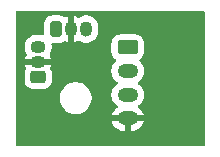
<source format=gbr>
%TF.GenerationSoftware,KiCad,Pcbnew,8.0.6*%
%TF.CreationDate,2025-04-07T16:12:46-05:00*%
%TF.ProjectId,hall-effect,68616c6c-2d65-4666-9665-63742e6b6963,rev?*%
%TF.SameCoordinates,Original*%
%TF.FileFunction,Copper,L2,Bot*%
%TF.FilePolarity,Positive*%
%FSLAX46Y46*%
G04 Gerber Fmt 4.6, Leading zero omitted, Abs format (unit mm)*
G04 Created by KiCad (PCBNEW 8.0.6) date 2025-04-07 16:12:46*
%MOMM*%
%LPD*%
G01*
G04 APERTURE LIST*
G04 Aperture macros list*
%AMRoundRect*
0 Rectangle with rounded corners*
0 $1 Rounding radius*
0 $2 $3 $4 $5 $6 $7 $8 $9 X,Y pos of 4 corners*
0 Add a 4 corners polygon primitive as box body*
4,1,4,$2,$3,$4,$5,$6,$7,$8,$9,$2,$3,0*
0 Add four circle primitives for the rounded corners*
1,1,$1+$1,$2,$3*
1,1,$1+$1,$4,$5*
1,1,$1+$1,$6,$7*
1,1,$1+$1,$8,$9*
0 Add four rect primitives between the rounded corners*
20,1,$1+$1,$2,$3,$4,$5,0*
20,1,$1+$1,$4,$5,$6,$7,0*
20,1,$1+$1,$6,$7,$8,$9,0*
20,1,$1+$1,$8,$9,$2,$3,0*%
G04 Aperture macros list end*
%TA.AperFunction,ComponentPad*%
%ADD10RoundRect,0.249900X-0.275100X-0.400100X0.275100X-0.400100X0.275100X0.400100X-0.275100X0.400100X0*%
%TD*%
%TA.AperFunction,ComponentPad*%
%ADD11O,1.050000X1.300000*%
%TD*%
%TA.AperFunction,ComponentPad*%
%ADD12RoundRect,0.249900X0.400100X-0.275100X0.400100X0.275100X-0.400100X0.275100X-0.400100X-0.275100X0*%
%TD*%
%TA.AperFunction,ComponentPad*%
%ADD13O,1.300000X1.050000*%
%TD*%
%TA.AperFunction,ComponentPad*%
%ADD14RoundRect,0.250000X-0.625000X0.350000X-0.625000X-0.350000X0.625000X-0.350000X0.625000X0.350000X0*%
%TD*%
%TA.AperFunction,ComponentPad*%
%ADD15O,1.750000X1.200000*%
%TD*%
G04 APERTURE END LIST*
D10*
%TO.P,U1,1,VCC*%
%TO.N,+3.3V*%
X148463000Y-73914000D03*
D11*
%TO.P,U1,2,VOUT*%
%TO.N,GND*%
X149733000Y-73914000D03*
%TO.P,U1,3,GND*%
%TO.N,Net-(J3-Pin_2)*%
X151003000Y-73914000D03*
%TD*%
D12*
%TO.P,U2,1,VCC*%
%TO.N,+3.3V*%
X146939000Y-77978000D03*
D13*
%TO.P,U2,2,VOUT*%
%TO.N,GND*%
X146939000Y-76708000D03*
%TO.P,U2,3,GND*%
%TO.N,Net-(J3-Pin_3)*%
X146939000Y-75438000D03*
%TD*%
D14*
%TO.P,J3,1,Pin_1*%
%TO.N,+3.3V*%
X154522000Y-75470000D03*
D15*
%TO.P,J3,2,Pin_2*%
%TO.N,Net-(J3-Pin_2)*%
X154522000Y-77470000D03*
%TO.P,J3,3,Pin_3*%
%TO.N,Net-(J3-Pin_3)*%
X154522000Y-79470000D03*
%TO.P,J3,4,Pin_4*%
%TO.N,GND*%
X154522000Y-81470000D03*
%TD*%
%TA.AperFunction,Conductor*%
%TO.N,GND*%
G36*
X160986539Y-72402185D02*
G01*
X161032294Y-72454989D01*
X161043500Y-72506500D01*
X161043500Y-83703500D01*
X161023815Y-83770539D01*
X160971011Y-83816294D01*
X160919500Y-83827500D01*
X145150500Y-83827500D01*
X145083461Y-83807815D01*
X145037706Y-83755011D01*
X145026500Y-83703500D01*
X145026500Y-79649713D01*
X148763500Y-79649713D01*
X148763500Y-79862287D01*
X148796754Y-80072243D01*
X148834018Y-80186930D01*
X148862444Y-80274414D01*
X148958951Y-80463820D01*
X149083890Y-80635786D01*
X149234213Y-80786109D01*
X149406179Y-80911048D01*
X149406181Y-80911049D01*
X149406184Y-80911051D01*
X149595588Y-81007557D01*
X149797757Y-81073246D01*
X150007713Y-81106500D01*
X150007714Y-81106500D01*
X150220286Y-81106500D01*
X150220287Y-81106500D01*
X150430243Y-81073246D01*
X150632412Y-81007557D01*
X150821816Y-80911051D01*
X150846007Y-80893475D01*
X150993786Y-80786109D01*
X150993788Y-80786106D01*
X150993792Y-80786104D01*
X151144104Y-80635792D01*
X151144106Y-80635788D01*
X151144109Y-80635786D01*
X151269048Y-80463820D01*
X151269047Y-80463820D01*
X151269051Y-80463816D01*
X151365557Y-80274412D01*
X151431246Y-80072243D01*
X151464500Y-79862287D01*
X151464500Y-79649713D01*
X151431246Y-79439757D01*
X151365557Y-79237588D01*
X151269051Y-79048184D01*
X151269049Y-79048181D01*
X151269048Y-79048179D01*
X151144109Y-78876213D01*
X150993786Y-78725890D01*
X150821820Y-78600951D01*
X150632414Y-78504444D01*
X150632413Y-78504443D01*
X150632412Y-78504443D01*
X150430243Y-78438754D01*
X150430241Y-78438753D01*
X150430240Y-78438753D01*
X150256477Y-78411232D01*
X150220287Y-78405500D01*
X150007713Y-78405500D01*
X149971523Y-78411232D01*
X149797760Y-78438753D01*
X149797757Y-78438754D01*
X149625802Y-78494626D01*
X149595585Y-78504444D01*
X149406179Y-78600951D01*
X149234213Y-78725890D01*
X149083890Y-78876213D01*
X148958951Y-79048179D01*
X148862444Y-79237585D01*
X148796753Y-79439760D01*
X148778246Y-79556610D01*
X148763500Y-79649713D01*
X145026500Y-79649713D01*
X145026500Y-75336992D01*
X145788500Y-75336992D01*
X145788500Y-75539007D01*
X145827907Y-75737119D01*
X145827909Y-75737127D01*
X145905212Y-75923754D01*
X145959204Y-76004558D01*
X145980081Y-76071235D01*
X145961596Y-76138615D01*
X145959204Y-76142337D01*
X145905655Y-76222479D01*
X145905654Y-76222481D01*
X145828390Y-76409016D01*
X145828387Y-76409025D01*
X145818647Y-76458000D01*
X146658670Y-76458000D01*
X146638925Y-76477745D01*
X146589556Y-76563255D01*
X146564000Y-76658630D01*
X146564000Y-76757370D01*
X146589556Y-76852745D01*
X146638925Y-76938255D01*
X146653170Y-76952500D01*
X146488908Y-76952500D01*
X146488892Y-76952501D01*
X146446286Y-76956854D01*
X146441353Y-76957358D01*
X146428754Y-76958000D01*
X145818647Y-76958000D01*
X145828387Y-77006974D01*
X145828390Y-77006983D01*
X145907813Y-77198728D01*
X145915282Y-77268197D01*
X145898791Y-77311276D01*
X145854181Y-77383602D01*
X145854176Y-77383611D01*
X145799000Y-77550121D01*
X145788500Y-77652893D01*
X145788500Y-78303091D01*
X145788501Y-78303109D01*
X145798999Y-78405876D01*
X145799000Y-78405879D01*
X145854176Y-78572388D01*
X145854181Y-78572399D01*
X145946265Y-78721689D01*
X145946268Y-78721693D01*
X146070306Y-78845731D01*
X146070310Y-78845734D01*
X146219600Y-78937818D01*
X146219603Y-78937819D01*
X146219609Y-78937823D01*
X146386123Y-78993000D01*
X146488901Y-79003500D01*
X147389098Y-79003499D01*
X147389106Y-79003498D01*
X147389109Y-79003498D01*
X147445387Y-78997748D01*
X147491877Y-78993000D01*
X147658391Y-78937823D01*
X147807693Y-78845732D01*
X147931732Y-78721693D01*
X148023823Y-78572391D01*
X148079000Y-78405877D01*
X148089500Y-78303099D01*
X148089499Y-77652902D01*
X148079000Y-77550123D01*
X148023823Y-77383609D01*
X147979208Y-77311277D01*
X147960768Y-77243888D01*
X147970186Y-77198730D01*
X148049609Y-77006983D01*
X148049612Y-77006974D01*
X148059353Y-76958000D01*
X147449254Y-76958000D01*
X147436651Y-76957358D01*
X147389100Y-76952500D01*
X147224830Y-76952500D01*
X147239075Y-76938255D01*
X147288444Y-76852745D01*
X147314000Y-76757370D01*
X147314000Y-76658630D01*
X147288444Y-76563255D01*
X147239075Y-76477745D01*
X147219330Y-76458000D01*
X148059353Y-76458000D01*
X148049612Y-76409025D01*
X148049609Y-76409016D01*
X147972347Y-76222486D01*
X147972343Y-76222479D01*
X147918795Y-76142340D01*
X147897917Y-76075662D01*
X147916401Y-76008282D01*
X147918733Y-76004652D01*
X147972786Y-75923756D01*
X148050091Y-75737127D01*
X148089500Y-75539003D01*
X148089500Y-75336997D01*
X148064774Y-75212690D01*
X148071001Y-75143099D01*
X148113864Y-75087921D01*
X148164713Y-75069983D01*
X153146500Y-75069983D01*
X153146500Y-75870001D01*
X153146501Y-75870019D01*
X153157000Y-75972796D01*
X153157001Y-75972799D01*
X153211948Y-76138615D01*
X153212186Y-76139334D01*
X153304288Y-76288656D01*
X153428344Y-76412712D01*
X153492543Y-76452310D01*
X153539268Y-76504258D01*
X153550489Y-76573221D01*
X153522646Y-76637303D01*
X153515128Y-76645530D01*
X153407585Y-76753073D01*
X153305768Y-76893211D01*
X153227128Y-77047552D01*
X153173597Y-77212302D01*
X153146500Y-77383389D01*
X153146500Y-77556610D01*
X153161749Y-77652893D01*
X153173598Y-77727701D01*
X153227127Y-77892445D01*
X153305768Y-78046788D01*
X153407586Y-78186928D01*
X153530072Y-78309414D01*
X153530078Y-78309418D01*
X153613023Y-78369683D01*
X153655689Y-78425013D01*
X153661667Y-78494626D01*
X153629061Y-78556421D01*
X153613023Y-78570317D01*
X153530078Y-78630581D01*
X153530069Y-78630588D01*
X153407588Y-78753069D01*
X153407588Y-78753070D01*
X153407586Y-78753072D01*
X153363859Y-78813256D01*
X153305768Y-78893211D01*
X153227128Y-79047552D01*
X153173597Y-79212302D01*
X153146500Y-79383389D01*
X153146500Y-79556611D01*
X153173598Y-79727701D01*
X153227127Y-79892445D01*
X153305768Y-80046788D01*
X153407586Y-80186928D01*
X153530072Y-80309414D01*
X153613449Y-80369991D01*
X153656114Y-80425322D01*
X153662093Y-80494935D01*
X153629487Y-80556730D01*
X153613448Y-80570627D01*
X153530404Y-80630961D01*
X153530399Y-80630965D01*
X153407967Y-80753397D01*
X153306195Y-80893475D01*
X153227591Y-81047744D01*
X153174085Y-81212415D01*
X153172884Y-81219999D01*
X153172885Y-81220000D01*
X154241670Y-81220000D01*
X154221925Y-81239745D01*
X154172556Y-81325255D01*
X154147000Y-81420630D01*
X154147000Y-81519370D01*
X154172556Y-81614745D01*
X154221925Y-81700255D01*
X154241670Y-81720000D01*
X153172885Y-81720000D01*
X153174085Y-81727584D01*
X153227591Y-81892255D01*
X153306195Y-82046524D01*
X153407967Y-82186602D01*
X153530397Y-82309032D01*
X153670475Y-82410804D01*
X153824742Y-82489408D01*
X153989415Y-82542914D01*
X154160429Y-82570000D01*
X154272000Y-82570000D01*
X154272000Y-81750330D01*
X154291745Y-81770075D01*
X154377255Y-81819444D01*
X154472630Y-81845000D01*
X154571370Y-81845000D01*
X154666745Y-81819444D01*
X154752255Y-81770075D01*
X154772000Y-81750330D01*
X154772000Y-82570000D01*
X154883571Y-82570000D01*
X155054584Y-82542914D01*
X155219257Y-82489408D01*
X155373524Y-82410804D01*
X155513602Y-82309032D01*
X155636032Y-82186602D01*
X155737804Y-82046524D01*
X155816408Y-81892255D01*
X155869914Y-81727584D01*
X155871115Y-81720000D01*
X154802330Y-81720000D01*
X154822075Y-81700255D01*
X154871444Y-81614745D01*
X154897000Y-81519370D01*
X154897000Y-81420630D01*
X154871444Y-81325255D01*
X154822075Y-81239745D01*
X154802330Y-81220000D01*
X155871115Y-81220000D01*
X155871115Y-81219999D01*
X155869914Y-81212415D01*
X155816408Y-81047744D01*
X155737804Y-80893475D01*
X155636032Y-80753397D01*
X155513602Y-80630967D01*
X155430551Y-80570628D01*
X155387885Y-80515298D01*
X155381906Y-80445685D01*
X155414511Y-80383889D01*
X155430551Y-80369991D01*
X155513928Y-80309414D01*
X155636414Y-80186928D01*
X155738232Y-80046788D01*
X155816873Y-79892445D01*
X155870402Y-79727701D01*
X155897500Y-79556611D01*
X155897500Y-79383389D01*
X155870402Y-79212299D01*
X155816873Y-79047555D01*
X155738232Y-78893212D01*
X155636414Y-78753072D01*
X155513928Y-78630586D01*
X155430975Y-78570317D01*
X155388311Y-78514988D01*
X155382332Y-78445374D01*
X155414938Y-78383579D01*
X155430976Y-78369682D01*
X155513928Y-78309414D01*
X155636414Y-78186928D01*
X155738232Y-78046788D01*
X155816873Y-77892445D01*
X155870402Y-77727701D01*
X155897500Y-77556611D01*
X155897500Y-77383389D01*
X155870402Y-77212299D01*
X155816873Y-77047555D01*
X155738232Y-76893212D01*
X155636414Y-76753072D01*
X155528872Y-76645530D01*
X155495387Y-76584207D01*
X155500371Y-76514515D01*
X155542243Y-76458582D01*
X155551457Y-76452310D01*
X155615656Y-76412712D01*
X155739712Y-76288656D01*
X155831814Y-76139334D01*
X155886999Y-75972797D01*
X155897500Y-75870009D01*
X155897499Y-75069992D01*
X155895865Y-75054000D01*
X155886999Y-74967203D01*
X155886998Y-74967200D01*
X155831814Y-74800666D01*
X155739712Y-74651344D01*
X155615656Y-74527288D01*
X155517714Y-74466877D01*
X155466336Y-74435187D01*
X155466331Y-74435185D01*
X155433340Y-74424253D01*
X155299797Y-74380001D01*
X155299795Y-74380000D01*
X155197010Y-74369500D01*
X153846998Y-74369500D01*
X153846981Y-74369501D01*
X153744203Y-74380000D01*
X153744200Y-74380001D01*
X153577668Y-74435185D01*
X153577663Y-74435187D01*
X153428342Y-74527289D01*
X153304289Y-74651342D01*
X153212187Y-74800663D01*
X153212186Y-74800666D01*
X153157001Y-74967203D01*
X153157001Y-74967204D01*
X153157000Y-74967204D01*
X153146500Y-75069983D01*
X148164713Y-75069983D01*
X148179754Y-75064677D01*
X148186356Y-75064499D01*
X148788098Y-75064499D01*
X148788106Y-75064498D01*
X148788109Y-75064498D01*
X148844387Y-75058748D01*
X148890877Y-75054000D01*
X149057391Y-74998823D01*
X149057393Y-74998821D01*
X149057395Y-74998821D01*
X149080956Y-74984287D01*
X149129720Y-74954209D01*
X149197110Y-74935768D01*
X149242269Y-74945186D01*
X149434016Y-75024609D01*
X149434025Y-75024612D01*
X149483000Y-75034353D01*
X149483000Y-74424253D01*
X149483642Y-74411650D01*
X149486875Y-74380001D01*
X149488500Y-74364099D01*
X149488499Y-74199829D01*
X149502745Y-74214075D01*
X149588255Y-74263444D01*
X149683630Y-74289000D01*
X149782370Y-74289000D01*
X149877745Y-74263444D01*
X149963255Y-74214075D01*
X149983000Y-74194330D01*
X149983000Y-75034352D01*
X150031974Y-75024612D01*
X150031983Y-75024609D01*
X150218515Y-74947346D01*
X150218518Y-74947344D01*
X150298658Y-74893796D01*
X150365335Y-74872917D01*
X150432716Y-74891401D01*
X150436422Y-74893783D01*
X150517244Y-74947786D01*
X150703873Y-75025091D01*
X150849210Y-75054000D01*
X150901992Y-75064499D01*
X150901996Y-75064500D01*
X150901997Y-75064500D01*
X151104004Y-75064500D01*
X151104005Y-75064499D01*
X151302127Y-75025091D01*
X151488756Y-74947786D01*
X151656718Y-74835558D01*
X151799558Y-74692718D01*
X151911786Y-74524756D01*
X151989091Y-74338127D01*
X152028500Y-74140003D01*
X152028500Y-73687997D01*
X151989091Y-73489873D01*
X151911786Y-73303244D01*
X151911784Y-73303241D01*
X151911782Y-73303237D01*
X151799558Y-73135281D01*
X151656718Y-72992441D01*
X151488762Y-72880217D01*
X151488752Y-72880212D01*
X151302127Y-72802909D01*
X151302119Y-72802907D01*
X151104007Y-72763500D01*
X151104003Y-72763500D01*
X150901997Y-72763500D01*
X150901992Y-72763500D01*
X150703880Y-72802907D01*
X150703872Y-72802909D01*
X150517243Y-72880214D01*
X150436439Y-72934204D01*
X150369761Y-72955081D01*
X150302382Y-72936595D01*
X150298659Y-72934203D01*
X150218526Y-72880659D01*
X150218513Y-72880652D01*
X150031984Y-72803390D01*
X150031977Y-72803388D01*
X149983000Y-72793645D01*
X149983000Y-73633670D01*
X149963255Y-73613925D01*
X149877745Y-73564556D01*
X149782370Y-73539000D01*
X149683630Y-73539000D01*
X149588255Y-73564556D01*
X149502745Y-73613925D01*
X149488499Y-73628170D01*
X149488499Y-73463902D01*
X149483641Y-73416354D01*
X149483000Y-73403753D01*
X149483000Y-72793646D01*
X149482999Y-72793645D01*
X149434022Y-72803388D01*
X149434015Y-72803390D01*
X149242270Y-72882813D01*
X149172801Y-72890282D01*
X149129721Y-72873791D01*
X149057393Y-72829178D01*
X149057388Y-72829176D01*
X148890878Y-72774000D01*
X148788100Y-72763500D01*
X148137908Y-72763500D01*
X148137890Y-72763501D01*
X148035123Y-72773999D01*
X148035120Y-72774000D01*
X147868611Y-72829176D01*
X147868600Y-72829181D01*
X147719310Y-72921265D01*
X147719306Y-72921268D01*
X147595268Y-73045306D01*
X147595265Y-73045310D01*
X147503181Y-73194600D01*
X147503176Y-73194611D01*
X147448000Y-73361121D01*
X147437500Y-73463893D01*
X147437500Y-74315608D01*
X147417815Y-74382647D01*
X147365011Y-74428402D01*
X147295853Y-74438346D01*
X147289309Y-74437225D01*
X147165007Y-74412500D01*
X147165003Y-74412500D01*
X146712997Y-74412500D01*
X146712992Y-74412500D01*
X146514880Y-74451907D01*
X146514872Y-74451909D01*
X146328247Y-74529212D01*
X146328237Y-74529217D01*
X146160281Y-74641441D01*
X146017441Y-74784281D01*
X145905217Y-74952237D01*
X145905212Y-74952247D01*
X145827909Y-75138872D01*
X145827907Y-75138880D01*
X145788500Y-75336992D01*
X145026500Y-75336992D01*
X145026500Y-72506500D01*
X145046185Y-72439461D01*
X145098989Y-72393706D01*
X145150500Y-72382500D01*
X160919500Y-72382500D01*
X160986539Y-72402185D01*
G37*
%TD.AperFunction*%
%TD*%
M02*

</source>
